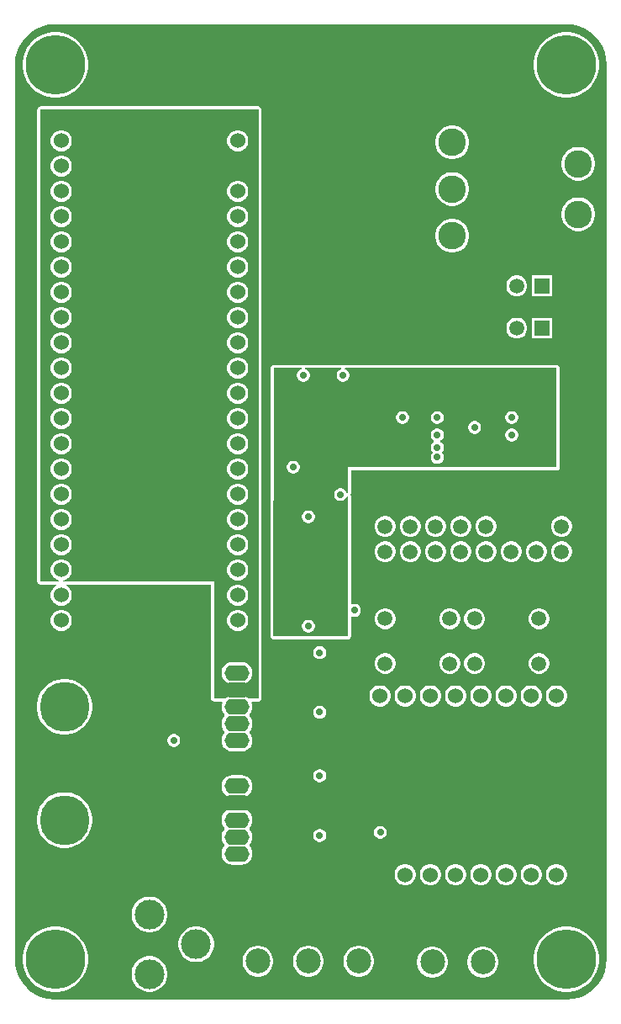
<source format=gbr>
%TF.GenerationSoftware,Altium Limited,Altium Designer,25.2.1 (25)*%
G04 Layer_Physical_Order=3*
G04 Layer_Color=16440176*
%FSLAX43Y43*%
%MOMM*%
%TF.SameCoordinates,F457C3C9-6880-4064-B818-50B76E06CF19*%
%TF.FilePolarity,Positive*%
%TF.FileFunction,Copper,L3,Inr,Signal*%
%TF.Part,Single*%
G01*
G75*
%TA.AperFunction,ComponentPad*%
%ADD14C,2.500*%
%ADD15C,5.000*%
%ADD16O,2.500X1.600*%
%ADD17C,1.500*%
%ADD18C,3.000*%
%ADD19C,1.524*%
%ADD20C,6.000*%
%ADD21R,1.500X1.500*%
%ADD22C,2.775*%
%TA.AperFunction,ViaPad*%
%ADD23C,0.700*%
G36*
X56637Y98523D02*
X57259Y98374D01*
X57849Y98129D01*
X58394Y97795D01*
X58880Y97380D01*
X59295Y96894D01*
X59629Y96349D01*
X59874Y95759D01*
X60023Y95137D01*
X60071Y94530D01*
X60065Y94500D01*
Y4500D01*
X60071Y4470D01*
X60023Y3863D01*
X59874Y3241D01*
X59629Y2651D01*
X59295Y2106D01*
X58880Y1620D01*
X58394Y1205D01*
X57849Y871D01*
X57259Y626D01*
X56637Y477D01*
X56030Y429D01*
X56000Y435D01*
X4500D01*
X4470Y429D01*
X3863Y477D01*
X3241Y626D01*
X2651Y871D01*
X2106Y1205D01*
X1620Y1620D01*
X1205Y2106D01*
X871Y2651D01*
X626Y3241D01*
X477Y3863D01*
X429Y4470D01*
X435Y4500D01*
Y94500D01*
X429Y94530D01*
X477Y95137D01*
X626Y95759D01*
X871Y96349D01*
X1205Y96894D01*
X1620Y97380D01*
X2106Y97795D01*
X2651Y98129D01*
X3241Y98374D01*
X3863Y98523D01*
X4470Y98571D01*
X4500Y98565D01*
X56000D01*
X56030Y98571D01*
X56637Y98523D01*
D02*
G37*
%LPC*%
G36*
X56260Y97800D02*
X55740D01*
X55227Y97719D01*
X54733Y97558D01*
X54270Y97322D01*
X53850Y97017D01*
X53483Y96650D01*
X53178Y96230D01*
X52942Y95767D01*
X52781Y95273D01*
X52700Y94760D01*
Y94240D01*
X52781Y93727D01*
X52942Y93233D01*
X53178Y92770D01*
X53483Y92350D01*
X53850Y91983D01*
X54270Y91678D01*
X54733Y91442D01*
X55227Y91281D01*
X55740Y91200D01*
X56260D01*
X56773Y91281D01*
X57267Y91442D01*
X57730Y91678D01*
X58150Y91983D01*
X58517Y92350D01*
X58822Y92770D01*
X59058Y93233D01*
X59219Y93727D01*
X59300Y94240D01*
Y94760D01*
X59219Y95273D01*
X59058Y95767D01*
X58822Y96230D01*
X58517Y96650D01*
X58150Y97017D01*
X57730Y97322D01*
X57267Y97558D01*
X56773Y97719D01*
X56260Y97800D01*
D02*
G37*
G36*
X4760D02*
X4240D01*
X3727Y97719D01*
X3233Y97558D01*
X2770Y97322D01*
X2350Y97017D01*
X1983Y96650D01*
X1678Y96230D01*
X1442Y95767D01*
X1281Y95273D01*
X1200Y94760D01*
Y94240D01*
X1281Y93727D01*
X1442Y93233D01*
X1678Y92770D01*
X1983Y92350D01*
X2350Y91983D01*
X2770Y91678D01*
X3233Y91442D01*
X3727Y91281D01*
X4240Y91200D01*
X4760D01*
X5273Y91281D01*
X5767Y91442D01*
X6230Y91678D01*
X6650Y91983D01*
X7017Y92350D01*
X7322Y92770D01*
X7558Y93233D01*
X7719Y93727D01*
X7800Y94240D01*
Y94760D01*
X7719Y95273D01*
X7558Y95767D01*
X7322Y96230D01*
X7017Y96650D01*
X6650Y97017D01*
X6230Y97322D01*
X5767Y97558D01*
X5273Y97719D01*
X4760Y97800D01*
D02*
G37*
G36*
X44666Y88387D02*
X44334D01*
X44008Y88323D01*
X43701Y88195D01*
X43424Y88011D01*
X43189Y87776D01*
X43005Y87499D01*
X42877Y87192D01*
X42812Y86866D01*
Y86534D01*
X42877Y86208D01*
X43005Y85901D01*
X43189Y85624D01*
X43424Y85389D01*
X43701Y85205D01*
X44008Y85077D01*
X44334Y85012D01*
X44666D01*
X44992Y85077D01*
X45299Y85205D01*
X45576Y85389D01*
X45811Y85624D01*
X45995Y85901D01*
X46123Y86208D01*
X46188Y86534D01*
Y86866D01*
X46123Y87192D01*
X45995Y87499D01*
X45811Y87776D01*
X45576Y88011D01*
X45299Y88195D01*
X44992Y88323D01*
X44666Y88387D01*
D02*
G37*
G36*
X57366Y86228D02*
X57034D01*
X56708Y86163D01*
X56401Y86035D01*
X56124Y85851D01*
X55889Y85616D01*
X55705Y85339D01*
X55577Y85032D01*
X55513Y84706D01*
Y84374D01*
X55577Y84048D01*
X55705Y83741D01*
X55889Y83464D01*
X56124Y83229D01*
X56401Y83045D01*
X56708Y82917D01*
X57034Y82853D01*
X57366D01*
X57692Y82917D01*
X57999Y83045D01*
X58276Y83229D01*
X58511Y83464D01*
X58695Y83741D01*
X58823Y84048D01*
X58888Y84374D01*
Y84706D01*
X58823Y85032D01*
X58695Y85339D01*
X58511Y85616D01*
X58276Y85851D01*
X57999Y86035D01*
X57692Y86163D01*
X57366Y86228D01*
D02*
G37*
G36*
X44666Y83688D02*
X44334D01*
X44008Y83623D01*
X43701Y83495D01*
X43424Y83311D01*
X43189Y83076D01*
X43005Y82799D01*
X42877Y82492D01*
X42812Y82166D01*
Y81834D01*
X42877Y81508D01*
X43005Y81201D01*
X43189Y80924D01*
X43424Y80689D01*
X43701Y80505D01*
X44008Y80377D01*
X44334Y80312D01*
X44666D01*
X44992Y80377D01*
X45299Y80505D01*
X45576Y80689D01*
X45811Y80924D01*
X45995Y81201D01*
X46123Y81508D01*
X46188Y81834D01*
Y82166D01*
X46123Y82492D01*
X45995Y82799D01*
X45811Y83076D01*
X45576Y83311D01*
X45299Y83495D01*
X44992Y83623D01*
X44666Y83688D01*
D02*
G37*
G36*
X57366Y81147D02*
X57034D01*
X56708Y81083D01*
X56401Y80955D01*
X56124Y80771D01*
X55889Y80536D01*
X55705Y80259D01*
X55577Y79952D01*
X55513Y79626D01*
Y79294D01*
X55577Y78968D01*
X55705Y78661D01*
X55889Y78384D01*
X56124Y78149D01*
X56401Y77965D01*
X56708Y77837D01*
X57034Y77772D01*
X57366D01*
X57692Y77837D01*
X57999Y77965D01*
X58276Y78149D01*
X58511Y78384D01*
X58695Y78661D01*
X58823Y78968D01*
X58888Y79294D01*
Y79626D01*
X58823Y79952D01*
X58695Y80259D01*
X58511Y80536D01*
X58276Y80771D01*
X57999Y80955D01*
X57692Y81083D01*
X57366Y81147D01*
D02*
G37*
G36*
X44666Y78988D02*
X44334D01*
X44008Y78923D01*
X43701Y78795D01*
X43424Y78611D01*
X43189Y78376D01*
X43005Y78099D01*
X42877Y77792D01*
X42812Y77466D01*
Y77134D01*
X42877Y76808D01*
X43005Y76501D01*
X43189Y76224D01*
X43424Y75989D01*
X43701Y75805D01*
X44008Y75677D01*
X44334Y75613D01*
X44666D01*
X44992Y75677D01*
X45299Y75805D01*
X45576Y75989D01*
X45811Y76224D01*
X45995Y76501D01*
X46123Y76808D01*
X46188Y77134D01*
Y77466D01*
X46123Y77792D01*
X45995Y78099D01*
X45811Y78376D01*
X45576Y78611D01*
X45299Y78795D01*
X44992Y78923D01*
X44666Y78988D01*
D02*
G37*
G36*
X54590Y73300D02*
X52490D01*
Y71200D01*
X54590D01*
Y73300D01*
D02*
G37*
G36*
X51138D02*
X50862D01*
X50595Y73228D01*
X50355Y73090D01*
X50160Y72895D01*
X50022Y72655D01*
X49950Y72388D01*
Y72112D01*
X50022Y71845D01*
X50160Y71605D01*
X50355Y71410D01*
X50595Y71272D01*
X50862Y71200D01*
X51138D01*
X51405Y71272D01*
X51645Y71410D01*
X51840Y71605D01*
X51978Y71845D01*
X52050Y72112D01*
Y72388D01*
X51978Y72655D01*
X51840Y72895D01*
X51645Y73090D01*
X51405Y73228D01*
X51138Y73300D01*
D02*
G37*
G36*
X54590Y69050D02*
X52490D01*
Y66950D01*
X54590D01*
Y69050D01*
D02*
G37*
G36*
X51138D02*
X50862D01*
X50595Y68978D01*
X50355Y68840D01*
X50160Y68645D01*
X50022Y68405D01*
X49950Y68138D01*
Y67862D01*
X50022Y67595D01*
X50160Y67355D01*
X50355Y67160D01*
X50595Y67022D01*
X50862Y66950D01*
X51138D01*
X51405Y67022D01*
X51645Y67160D01*
X51840Y67355D01*
X51978Y67595D01*
X52050Y67862D01*
Y68138D01*
X51978Y68405D01*
X51840Y68645D01*
X51645Y68840D01*
X51405Y68978D01*
X51138Y69050D01*
D02*
G37*
G36*
X55000Y64306D02*
X33703D01*
X33664Y64298D01*
X33624Y64295D01*
X33606Y64287D01*
X33586Y64283D01*
X33553Y64260D01*
X33517Y64243D01*
X33483Y64243D01*
X33447Y64260D01*
X33414Y64283D01*
X33394Y64287D01*
X33376Y64295D01*
X33336Y64298D01*
X33297Y64306D01*
X29703D01*
X29664Y64298D01*
X29624Y64295D01*
X29606Y64287D01*
X29586Y64283D01*
X29553Y64260D01*
X29517Y64243D01*
X29483Y64243D01*
X29447Y64260D01*
X29414Y64283D01*
X29394Y64287D01*
X29376Y64295D01*
X29336Y64298D01*
X29297Y64306D01*
X26500D01*
X26443Y64294D01*
X26383Y64283D01*
X26383Y64283D01*
X26383Y64283D01*
X26335Y64250D01*
X26284Y64217D01*
X26284Y64216D01*
X26284Y64216D01*
X26251Y64167D01*
X26218Y64117D01*
X26218Y64117D01*
X26217Y64117D01*
X26206Y64059D01*
X26194Y64000D01*
X26164Y37060D01*
X26164Y37060D01*
X26164Y37060D01*
X26176Y36999D01*
X26187Y36943D01*
X26187Y36943D01*
X26187Y36943D01*
X26220Y36895D01*
X26254Y36844D01*
X26254Y36844D01*
X26254Y36844D01*
X26343Y36754D01*
X26344Y36754D01*
X26344Y36754D01*
X26394Y36720D01*
X26443Y36687D01*
X26443Y36687D01*
X26443Y36687D01*
X26499Y36676D01*
X26560Y36664D01*
X26560Y36664D01*
X26560Y36664D01*
X33970D01*
X33970Y36664D01*
X34087Y36687D01*
X34186Y36754D01*
X34186Y36754D01*
X34216Y36784D01*
X34283Y36883D01*
X34306Y37000D01*
X34306Y37000D01*
Y38918D01*
X34433Y38985D01*
X34564Y38950D01*
X34736D01*
X34901Y38994D01*
X35049Y39080D01*
X35170Y39201D01*
X35256Y39349D01*
X35300Y39514D01*
Y39686D01*
X35256Y39851D01*
X35170Y39999D01*
X35049Y40120D01*
X34901Y40206D01*
X34736Y40250D01*
X34564D01*
X34433Y40215D01*
X34306Y40282D01*
Y51047D01*
X34298Y51086D01*
X34295Y51126D01*
X34287Y51144D01*
X34283Y51164D01*
X34260Y51197D01*
X34243Y51233D01*
X34243Y51267D01*
X34260Y51303D01*
X34283Y51336D01*
X34287Y51356D01*
X34295Y51374D01*
X34298Y51414D01*
X34306Y51453D01*
Y53694D01*
X55000D01*
X55117Y53717D01*
X55216Y53784D01*
X55283Y53883D01*
X55306Y54000D01*
Y64000D01*
X55283Y64117D01*
X55216Y64216D01*
X55117Y64283D01*
X55000Y64306D01*
D02*
G37*
G36*
X45508Y49090D02*
X45232D01*
X44965Y49019D01*
X44725Y48880D01*
X44530Y48685D01*
X44392Y48445D01*
X44320Y48178D01*
Y47902D01*
X44392Y47635D01*
X44530Y47395D01*
X44725Y47200D01*
X44965Y47062D01*
X45232Y46990D01*
X45508D01*
X45775Y47062D01*
X46015Y47200D01*
X46210Y47395D01*
X46348Y47635D01*
X46420Y47902D01*
Y48178D01*
X46348Y48445D01*
X46210Y48685D01*
X46015Y48880D01*
X45775Y49019D01*
X45508Y49090D01*
D02*
G37*
G36*
X48048Y49090D02*
X47772D01*
X47505Y49018D01*
X47265Y48880D01*
X47070Y48685D01*
X46932Y48445D01*
X46860Y48178D01*
Y47902D01*
X46932Y47635D01*
X47070Y47395D01*
X47265Y47200D01*
X47505Y47062D01*
X47772Y46990D01*
X48048D01*
X48315Y47062D01*
X48555Y47200D01*
X48750Y47395D01*
X48888Y47635D01*
X48960Y47902D01*
Y48178D01*
X48888Y48445D01*
X48750Y48685D01*
X48555Y48880D01*
X48315Y49018D01*
X48048Y49090D01*
D02*
G37*
G36*
X42968D02*
X42692D01*
X42425Y49018D01*
X42185Y48880D01*
X41990Y48685D01*
X41852Y48445D01*
X41780Y48178D01*
Y47902D01*
X41852Y47635D01*
X41990Y47395D01*
X42185Y47200D01*
X42425Y47062D01*
X42692Y46990D01*
X42968D01*
X43235Y47062D01*
X43475Y47200D01*
X43670Y47395D01*
X43808Y47635D01*
X43880Y47902D01*
Y48178D01*
X43808Y48445D01*
X43670Y48685D01*
X43475Y48880D01*
X43235Y49018D01*
X42968Y49090D01*
D02*
G37*
G36*
X40428D02*
X40152D01*
X39885Y49018D01*
X39645Y48880D01*
X39450Y48685D01*
X39312Y48445D01*
X39240Y48178D01*
Y47902D01*
X39312Y47635D01*
X39450Y47395D01*
X39645Y47200D01*
X39885Y47062D01*
X40152Y46990D01*
X40428D01*
X40695Y47062D01*
X40935Y47200D01*
X41130Y47395D01*
X41268Y47635D01*
X41340Y47902D01*
Y48178D01*
X41268Y48445D01*
X41130Y48685D01*
X40935Y48880D01*
X40695Y49018D01*
X40428Y49090D01*
D02*
G37*
G36*
X37888D02*
X37612D01*
X37345Y49018D01*
X37105Y48880D01*
X36910Y48685D01*
X36772Y48445D01*
X36700Y48178D01*
Y47902D01*
X36772Y47635D01*
X36910Y47395D01*
X37105Y47200D01*
X37345Y47062D01*
X37612Y46990D01*
X37888D01*
X38155Y47062D01*
X38395Y47200D01*
X38590Y47395D01*
X38728Y47635D01*
X38800Y47902D01*
Y48178D01*
X38728Y48445D01*
X38590Y48685D01*
X38395Y48880D01*
X38155Y49018D01*
X37888Y49090D01*
D02*
G37*
G36*
X55668Y49090D02*
X55392D01*
X55125Y49018D01*
X54885Y48880D01*
X54690Y48685D01*
X54552Y48445D01*
X54480Y48178D01*
Y47902D01*
X54552Y47635D01*
X54690Y47395D01*
X54885Y47200D01*
X55125Y47061D01*
X55392Y46990D01*
X55668D01*
X55935Y47061D01*
X56175Y47200D01*
X56370Y47395D01*
X56508Y47635D01*
X56580Y47902D01*
Y48178D01*
X56508Y48445D01*
X56370Y48685D01*
X56175Y48880D01*
X55935Y49018D01*
X55668Y49090D01*
D02*
G37*
G36*
X50588Y46550D02*
X50312D01*
X50045Y46478D01*
X49805Y46340D01*
X49610Y46145D01*
X49472Y45905D01*
X49400Y45638D01*
Y45362D01*
X49472Y45095D01*
X49610Y44855D01*
X49805Y44660D01*
X50045Y44522D01*
X50312Y44450D01*
X50588D01*
X50855Y44522D01*
X51095Y44660D01*
X51290Y44855D01*
X51428Y45095D01*
X51500Y45362D01*
Y45638D01*
X51428Y45905D01*
X51290Y46145D01*
X51095Y46340D01*
X50855Y46478D01*
X50588Y46550D01*
D02*
G37*
G36*
X48048D02*
X47772D01*
X47505Y46478D01*
X47265Y46340D01*
X47070Y46145D01*
X46932Y45905D01*
X46860Y45638D01*
Y45362D01*
X46932Y45095D01*
X47070Y44855D01*
X47265Y44660D01*
X47505Y44522D01*
X47772Y44450D01*
X48048D01*
X48315Y44522D01*
X48555Y44660D01*
X48750Y44855D01*
X48888Y45095D01*
X48960Y45362D01*
Y45638D01*
X48888Y45905D01*
X48750Y46145D01*
X48555Y46340D01*
X48315Y46478D01*
X48048Y46550D01*
D02*
G37*
G36*
X45508D02*
X45232D01*
X44965Y46478D01*
X44725Y46340D01*
X44530Y46145D01*
X44392Y45905D01*
X44320Y45638D01*
Y45362D01*
X44392Y45095D01*
X44530Y44855D01*
X44725Y44660D01*
X44965Y44522D01*
X45232Y44450D01*
X45508D01*
X45775Y44522D01*
X46015Y44660D01*
X46210Y44855D01*
X46348Y45095D01*
X46420Y45362D01*
Y45638D01*
X46348Y45905D01*
X46210Y46145D01*
X46015Y46340D01*
X45775Y46478D01*
X45508Y46550D01*
D02*
G37*
G36*
X42968D02*
X42692D01*
X42425Y46478D01*
X42185Y46340D01*
X41990Y46145D01*
X41852Y45905D01*
X41780Y45638D01*
Y45362D01*
X41852Y45095D01*
X41990Y44855D01*
X42185Y44660D01*
X42425Y44522D01*
X42692Y44450D01*
X42968D01*
X43235Y44522D01*
X43475Y44660D01*
X43670Y44855D01*
X43808Y45095D01*
X43880Y45362D01*
Y45638D01*
X43808Y45905D01*
X43670Y46145D01*
X43475Y46340D01*
X43235Y46478D01*
X42968Y46550D01*
D02*
G37*
G36*
X40428D02*
X40152D01*
X39885Y46478D01*
X39645Y46340D01*
X39450Y46145D01*
X39312Y45905D01*
X39240Y45638D01*
Y45362D01*
X39312Y45095D01*
X39450Y44855D01*
X39645Y44660D01*
X39885Y44522D01*
X40152Y44450D01*
X40428D01*
X40695Y44522D01*
X40935Y44660D01*
X41130Y44855D01*
X41268Y45095D01*
X41340Y45362D01*
Y45638D01*
X41268Y45905D01*
X41130Y46145D01*
X40935Y46340D01*
X40695Y46478D01*
X40428Y46550D01*
D02*
G37*
G36*
X37888D02*
X37612D01*
X37345Y46478D01*
X37105Y46340D01*
X36910Y46145D01*
X36772Y45905D01*
X36700Y45638D01*
Y45362D01*
X36772Y45095D01*
X36910Y44855D01*
X37105Y44660D01*
X37345Y44522D01*
X37612Y44450D01*
X37888D01*
X38155Y44522D01*
X38395Y44660D01*
X38590Y44855D01*
X38728Y45095D01*
X38800Y45362D01*
Y45638D01*
X38728Y45905D01*
X38590Y46145D01*
X38395Y46340D01*
X38155Y46478D01*
X37888Y46550D01*
D02*
G37*
G36*
X55668Y46550D02*
X55392D01*
X55125Y46478D01*
X54885Y46340D01*
X54690Y46145D01*
X54552Y45905D01*
X54480Y45638D01*
Y45362D01*
X54552Y45095D01*
X54690Y44855D01*
X54885Y44660D01*
X55125Y44521D01*
X55392Y44450D01*
X55668D01*
X55935Y44521D01*
X56175Y44660D01*
X56370Y44855D01*
X56508Y45095D01*
X56580Y45362D01*
Y45638D01*
X56508Y45905D01*
X56370Y46145D01*
X56175Y46340D01*
X55935Y46478D01*
X55668Y46550D01*
D02*
G37*
G36*
X53128D02*
X52852D01*
X52585Y46478D01*
X52345Y46340D01*
X52150Y46145D01*
X52012Y45905D01*
X51940Y45638D01*
Y45362D01*
X52012Y45095D01*
X52150Y44855D01*
X52345Y44660D01*
X52585Y44521D01*
X52852Y44450D01*
X53128D01*
X53395Y44521D01*
X53635Y44660D01*
X53830Y44855D01*
X53968Y45095D01*
X54040Y45362D01*
Y45638D01*
X53968Y45905D01*
X53830Y46145D01*
X53635Y46340D01*
X53395Y46478D01*
X53128Y46550D01*
D02*
G37*
G36*
X53388Y39800D02*
X53112D01*
X52845Y39728D01*
X52605Y39590D01*
X52410Y39395D01*
X52272Y39155D01*
X52200Y38888D01*
Y38612D01*
X52272Y38345D01*
X52410Y38105D01*
X52605Y37910D01*
X52845Y37772D01*
X53112Y37700D01*
X53388D01*
X53655Y37772D01*
X53895Y37910D01*
X54090Y38105D01*
X54228Y38345D01*
X54300Y38612D01*
Y38888D01*
X54228Y39155D01*
X54090Y39395D01*
X53895Y39590D01*
X53655Y39728D01*
X53388Y39800D01*
D02*
G37*
G36*
X46888D02*
X46612D01*
X46345Y39728D01*
X46105Y39590D01*
X45910Y39395D01*
X45772Y39155D01*
X45700Y38888D01*
Y38612D01*
X45772Y38345D01*
X45910Y38105D01*
X46105Y37910D01*
X46345Y37772D01*
X46612Y37700D01*
X46888D01*
X47155Y37772D01*
X47395Y37910D01*
X47590Y38105D01*
X47728Y38345D01*
X47800Y38612D01*
Y38888D01*
X47728Y39155D01*
X47590Y39395D01*
X47395Y39590D01*
X47155Y39728D01*
X46888Y39800D01*
D02*
G37*
G36*
X44388D02*
X44112D01*
X43845Y39728D01*
X43605Y39590D01*
X43410Y39395D01*
X43272Y39155D01*
X43200Y38888D01*
Y38612D01*
X43272Y38345D01*
X43410Y38105D01*
X43605Y37910D01*
X43845Y37772D01*
X44112Y37700D01*
X44388D01*
X44655Y37772D01*
X44895Y37910D01*
X45090Y38105D01*
X45228Y38345D01*
X45300Y38612D01*
Y38888D01*
X45228Y39155D01*
X45090Y39395D01*
X44895Y39590D01*
X44655Y39728D01*
X44388Y39800D01*
D02*
G37*
G36*
X37888D02*
X37612D01*
X37345Y39728D01*
X37105Y39590D01*
X36910Y39395D01*
X36772Y39155D01*
X36700Y38888D01*
Y38612D01*
X36772Y38345D01*
X36910Y38105D01*
X37105Y37910D01*
X37345Y37772D01*
X37612Y37700D01*
X37888D01*
X38155Y37772D01*
X38395Y37910D01*
X38590Y38105D01*
X38728Y38345D01*
X38800Y38612D01*
Y38888D01*
X38728Y39155D01*
X38590Y39395D01*
X38395Y39590D01*
X38155Y39728D01*
X37888Y39800D01*
D02*
G37*
G36*
X5250Y39652D02*
X4970D01*
X4700Y39580D01*
X4458Y39440D01*
X4260Y39242D01*
X4120Y39000D01*
X4048Y38730D01*
Y38450D01*
X4120Y38180D01*
X4260Y37938D01*
X4458Y37740D01*
X4700Y37600D01*
X4970Y37528D01*
X5250D01*
X5520Y37600D01*
X5762Y37740D01*
X5960Y37938D01*
X6100Y38180D01*
X6172Y38450D01*
Y38730D01*
X6100Y39000D01*
X5960Y39242D01*
X5762Y39440D01*
X5520Y39580D01*
X5250Y39652D01*
D02*
G37*
G36*
X31236Y36000D02*
X31064D01*
X30899Y35956D01*
X30751Y35870D01*
X30630Y35749D01*
X30544Y35601D01*
X30500Y35436D01*
Y35264D01*
X30544Y35099D01*
X30630Y34951D01*
X30751Y34830D01*
X30899Y34744D01*
X31064Y34700D01*
X31236D01*
X31401Y34744D01*
X31549Y34830D01*
X31670Y34951D01*
X31756Y35099D01*
X31800Y35264D01*
Y35436D01*
X31756Y35601D01*
X31670Y35749D01*
X31549Y35870D01*
X31401Y35956D01*
X31236Y36000D01*
D02*
G37*
G36*
X53388Y35300D02*
X53112D01*
X52845Y35228D01*
X52605Y35090D01*
X52410Y34895D01*
X52272Y34655D01*
X52200Y34388D01*
Y34112D01*
X52272Y33845D01*
X52410Y33605D01*
X52605Y33410D01*
X52845Y33272D01*
X53112Y33200D01*
X53388D01*
X53655Y33272D01*
X53895Y33410D01*
X54090Y33605D01*
X54228Y33845D01*
X54300Y34112D01*
Y34388D01*
X54228Y34655D01*
X54090Y34895D01*
X53895Y35090D01*
X53655Y35228D01*
X53388Y35300D01*
D02*
G37*
G36*
X46888D02*
X46612D01*
X46345Y35228D01*
X46105Y35090D01*
X45910Y34895D01*
X45772Y34655D01*
X45700Y34388D01*
Y34112D01*
X45772Y33845D01*
X45910Y33605D01*
X46105Y33410D01*
X46345Y33272D01*
X46612Y33200D01*
X46888D01*
X47155Y33272D01*
X47395Y33410D01*
X47590Y33605D01*
X47728Y33845D01*
X47800Y34112D01*
Y34388D01*
X47728Y34655D01*
X47590Y34895D01*
X47395Y35090D01*
X47155Y35228D01*
X46888Y35300D01*
D02*
G37*
G36*
X44388D02*
X44112D01*
X43845Y35228D01*
X43605Y35090D01*
X43410Y34895D01*
X43272Y34655D01*
X43200Y34388D01*
Y34112D01*
X43272Y33845D01*
X43410Y33605D01*
X43605Y33410D01*
X43845Y33272D01*
X44112Y33200D01*
X44388D01*
X44655Y33272D01*
X44895Y33410D01*
X45090Y33605D01*
X45228Y33845D01*
X45300Y34112D01*
Y34388D01*
X45228Y34655D01*
X45090Y34895D01*
X44895Y35090D01*
X44655Y35228D01*
X44388Y35300D01*
D02*
G37*
G36*
X37888D02*
X37612D01*
X37345Y35228D01*
X37105Y35090D01*
X36910Y34895D01*
X36772Y34655D01*
X36700Y34388D01*
Y34112D01*
X36772Y33845D01*
X36910Y33605D01*
X37105Y33410D01*
X37345Y33272D01*
X37612Y33200D01*
X37888D01*
X38155Y33272D01*
X38395Y33410D01*
X38590Y33605D01*
X38728Y33845D01*
X38800Y34112D01*
Y34388D01*
X38728Y34655D01*
X38590Y34895D01*
X38395Y35090D01*
X38155Y35228D01*
X37888Y35300D01*
D02*
G37*
G36*
X55140Y32042D02*
X54860D01*
X54590Y31970D01*
X54348Y31830D01*
X54150Y31632D01*
X54010Y31390D01*
X53938Y31120D01*
Y30840D01*
X54010Y30570D01*
X54150Y30328D01*
X54348Y30130D01*
X54590Y29990D01*
X54860Y29918D01*
X55140D01*
X55410Y29990D01*
X55652Y30130D01*
X55850Y30328D01*
X55990Y30570D01*
X56062Y30840D01*
Y31120D01*
X55990Y31390D01*
X55850Y31632D01*
X55652Y31830D01*
X55410Y31970D01*
X55140Y32042D01*
D02*
G37*
G36*
X52600D02*
X52320D01*
X52050Y31970D01*
X51808Y31830D01*
X51610Y31632D01*
X51470Y31390D01*
X51398Y31120D01*
Y30840D01*
X51470Y30570D01*
X51610Y30328D01*
X51808Y30130D01*
X52050Y29990D01*
X52320Y29918D01*
X52600D01*
X52870Y29990D01*
X53112Y30130D01*
X53310Y30328D01*
X53450Y30570D01*
X53522Y30840D01*
Y31120D01*
X53450Y31390D01*
X53310Y31632D01*
X53112Y31830D01*
X52870Y31970D01*
X52600Y32042D01*
D02*
G37*
G36*
X50060D02*
X49780D01*
X49510Y31970D01*
X49268Y31830D01*
X49070Y31632D01*
X48930Y31390D01*
X48858Y31120D01*
Y30840D01*
X48930Y30570D01*
X49070Y30328D01*
X49268Y30130D01*
X49510Y29990D01*
X49780Y29918D01*
X50060D01*
X50330Y29990D01*
X50572Y30130D01*
X50770Y30328D01*
X50910Y30570D01*
X50982Y30840D01*
Y31120D01*
X50910Y31390D01*
X50770Y31632D01*
X50572Y31830D01*
X50330Y31970D01*
X50060Y32042D01*
D02*
G37*
G36*
X47520D02*
X47240D01*
X46970Y31970D01*
X46728Y31830D01*
X46530Y31632D01*
X46390Y31390D01*
X46318Y31120D01*
Y30840D01*
X46390Y30570D01*
X46530Y30328D01*
X46728Y30130D01*
X46970Y29990D01*
X47240Y29918D01*
X47520D01*
X47790Y29990D01*
X48032Y30130D01*
X48230Y30328D01*
X48370Y30570D01*
X48442Y30840D01*
Y31120D01*
X48370Y31390D01*
X48230Y31632D01*
X48032Y31830D01*
X47790Y31970D01*
X47520Y32042D01*
D02*
G37*
G36*
X44980D02*
X44700D01*
X44430Y31970D01*
X44188Y31830D01*
X43990Y31632D01*
X43850Y31390D01*
X43778Y31120D01*
Y30840D01*
X43850Y30570D01*
X43990Y30328D01*
X44188Y30130D01*
X44430Y29990D01*
X44700Y29918D01*
X44980D01*
X45250Y29990D01*
X45492Y30130D01*
X45690Y30328D01*
X45830Y30570D01*
X45902Y30840D01*
Y31120D01*
X45830Y31390D01*
X45690Y31632D01*
X45492Y31830D01*
X45250Y31970D01*
X44980Y32042D01*
D02*
G37*
G36*
X42440D02*
X42160D01*
X41890Y31970D01*
X41648Y31830D01*
X41450Y31632D01*
X41310Y31390D01*
X41238Y31120D01*
Y30840D01*
X41310Y30570D01*
X41450Y30328D01*
X41648Y30130D01*
X41890Y29990D01*
X42160Y29918D01*
X42440D01*
X42710Y29990D01*
X42952Y30130D01*
X43150Y30328D01*
X43290Y30570D01*
X43362Y30840D01*
Y31120D01*
X43290Y31390D01*
X43150Y31632D01*
X42952Y31830D01*
X42710Y31970D01*
X42440Y32042D01*
D02*
G37*
G36*
X39900D02*
X39620D01*
X39350Y31970D01*
X39108Y31830D01*
X38910Y31632D01*
X38770Y31390D01*
X38698Y31120D01*
Y30840D01*
X38770Y30570D01*
X38910Y30328D01*
X39108Y30130D01*
X39350Y29990D01*
X39620Y29918D01*
X39900D01*
X40170Y29990D01*
X40412Y30130D01*
X40610Y30328D01*
X40750Y30570D01*
X40822Y30840D01*
Y31120D01*
X40750Y31390D01*
X40610Y31632D01*
X40412Y31830D01*
X40170Y31970D01*
X39900Y32042D01*
D02*
G37*
G36*
X37360D02*
X37080D01*
X36810Y31970D01*
X36568Y31830D01*
X36370Y31632D01*
X36230Y31390D01*
X36158Y31120D01*
Y30840D01*
X36230Y30570D01*
X36370Y30328D01*
X36568Y30130D01*
X36810Y29990D01*
X37080Y29918D01*
X37360D01*
X37630Y29990D01*
X37872Y30130D01*
X38070Y30328D01*
X38210Y30570D01*
X38282Y30840D01*
Y31120D01*
X38210Y31390D01*
X38070Y31632D01*
X37872Y31830D01*
X37630Y31970D01*
X37360Y32042D01*
D02*
G37*
G36*
X31236Y30000D02*
X31064D01*
X30899Y29956D01*
X30751Y29870D01*
X30630Y29749D01*
X30544Y29601D01*
X30500Y29436D01*
Y29264D01*
X30544Y29099D01*
X30630Y28951D01*
X30751Y28830D01*
X30899Y28744D01*
X31064Y28700D01*
X31236D01*
X31401Y28744D01*
X31549Y28830D01*
X31670Y28951D01*
X31756Y29099D01*
X31800Y29264D01*
Y29436D01*
X31756Y29601D01*
X31670Y29749D01*
X31549Y29870D01*
X31401Y29956D01*
X31236Y30000D01*
D02*
G37*
G36*
X5658Y32700D02*
X5217D01*
X4782Y32631D01*
X4363Y32495D01*
X3970Y32295D01*
X3613Y32036D01*
X3302Y31724D01*
X3043Y31368D01*
X2843Y30975D01*
X2706Y30556D01*
X2638Y30120D01*
Y29680D01*
X2706Y29244D01*
X2843Y28825D01*
X3043Y28432D01*
X3302Y28076D01*
X3613Y27764D01*
X3970Y27505D01*
X4363Y27305D01*
X4782Y27169D01*
X5217Y27100D01*
X5658D01*
X6093Y27169D01*
X6512Y27305D01*
X6905Y27505D01*
X7262Y27764D01*
X7573Y28076D01*
X7832Y28432D01*
X8032Y28825D01*
X8169Y29244D01*
X8238Y29680D01*
Y30120D01*
X8169Y30556D01*
X8032Y30975D01*
X7832Y31368D01*
X7573Y31724D01*
X7262Y32036D01*
X6905Y32295D01*
X6512Y32495D01*
X6093Y32631D01*
X5658Y32700D01*
D02*
G37*
G36*
X16523Y27150D02*
X16352D01*
X16187Y27106D01*
X16038Y27020D01*
X15917Y26899D01*
X15832Y26751D01*
X15788Y26586D01*
Y26414D01*
X15832Y26249D01*
X15917Y26101D01*
X16038Y25980D01*
X16187Y25894D01*
X16352Y25850D01*
X16523D01*
X16688Y25894D01*
X16837Y25980D01*
X16958Y26101D01*
X17043Y26249D01*
X17087Y26414D01*
Y26586D01*
X17043Y26751D01*
X16958Y26899D01*
X16837Y27020D01*
X16688Y27106D01*
X16523Y27150D01*
D02*
G37*
G36*
X25000Y90306D02*
X3000D01*
X2883Y90283D01*
X2784Y90216D01*
X2717Y90117D01*
X2694Y90000D01*
Y42500D01*
X2717Y42383D01*
X2784Y42284D01*
X2883Y42217D01*
X3000Y42194D01*
X4575D01*
X4609Y42067D01*
X4458Y41980D01*
X4260Y41782D01*
X4120Y41540D01*
X4048Y41270D01*
Y40990D01*
X4120Y40720D01*
X4260Y40478D01*
X4458Y40280D01*
X4700Y40140D01*
X4970Y40068D01*
X5250D01*
X5520Y40140D01*
X5762Y40280D01*
X5960Y40478D01*
X6100Y40720D01*
X6172Y40990D01*
Y41270D01*
X6100Y41540D01*
X5960Y41782D01*
X5762Y41980D01*
X5611Y42067D01*
X5645Y42194D01*
X20194D01*
Y30750D01*
X20217Y30633D01*
X20284Y30534D01*
X20383Y30467D01*
X20500Y30444D01*
X21283D01*
X21354Y30339D01*
X21291Y30187D01*
X21253Y29900D01*
X21291Y29613D01*
X21402Y29345D01*
X21578Y29115D01*
X21581Y29114D01*
Y28986D01*
X21578Y28985D01*
X21402Y28755D01*
X21291Y28487D01*
X21253Y28200D01*
X21291Y27913D01*
X21402Y27645D01*
X21578Y27415D01*
X21581Y27413D01*
X21581Y27287D01*
X21578Y27285D01*
X21402Y27055D01*
X21291Y26787D01*
X21253Y26500D01*
X21291Y26213D01*
X21402Y25945D01*
X21578Y25715D01*
X21808Y25539D01*
X22075Y25428D01*
X22362Y25391D01*
X23263D01*
X23550Y25428D01*
X23817Y25539D01*
X24047Y25715D01*
X24223Y25945D01*
X24334Y26213D01*
X24372Y26500D01*
X24334Y26787D01*
X24223Y27055D01*
X24047Y27285D01*
X24044Y27287D01*
X24044Y27413D01*
X24047Y27415D01*
X24223Y27645D01*
X24334Y27913D01*
X24372Y28200D01*
X24334Y28487D01*
X24223Y28755D01*
X24047Y28985D01*
X24044Y28986D01*
Y29114D01*
X24047Y29115D01*
X24223Y29345D01*
X24334Y29613D01*
X24372Y29900D01*
X24334Y30187D01*
X24271Y30339D01*
X24342Y30444D01*
X25000D01*
X25117Y30467D01*
X25216Y30534D01*
X25283Y30633D01*
X25306Y30750D01*
X25306Y90000D01*
X25283Y90117D01*
X25216Y90216D01*
X25117Y90283D01*
X25000Y90306D01*
D02*
G37*
G36*
X31236Y23600D02*
X31064D01*
X30899Y23556D01*
X30751Y23470D01*
X30630Y23349D01*
X30544Y23201D01*
X30500Y23036D01*
Y22864D01*
X30544Y22699D01*
X30630Y22551D01*
X30751Y22430D01*
X30899Y22344D01*
X31064Y22300D01*
X31236D01*
X31401Y22344D01*
X31549Y22430D01*
X31670Y22551D01*
X31756Y22699D01*
X31800Y22864D01*
Y23036D01*
X31756Y23201D01*
X31670Y23349D01*
X31549Y23470D01*
X31401Y23556D01*
X31236Y23600D01*
D02*
G37*
G36*
X23263Y23009D02*
X22362D01*
X22075Y22972D01*
X21808Y22861D01*
X21578Y22685D01*
X21402Y22455D01*
X21291Y22187D01*
X21253Y21900D01*
X21291Y21613D01*
X21402Y21345D01*
X21578Y21115D01*
X21808Y20939D01*
X22075Y20828D01*
X22362Y20791D01*
X23263D01*
X23550Y20828D01*
X23817Y20939D01*
X24047Y21115D01*
X24223Y21345D01*
X24334Y21613D01*
X24372Y21900D01*
X24334Y22187D01*
X24223Y22455D01*
X24047Y22685D01*
X23817Y22861D01*
X23550Y22972D01*
X23263Y23009D01*
D02*
G37*
G36*
X37336Y17900D02*
X37164D01*
X36999Y17856D01*
X36851Y17770D01*
X36730Y17649D01*
X36644Y17501D01*
X36600Y17336D01*
Y17164D01*
X36644Y16999D01*
X36730Y16851D01*
X36851Y16730D01*
X36999Y16644D01*
X37164Y16600D01*
X37336D01*
X37501Y16644D01*
X37649Y16730D01*
X37770Y16851D01*
X37856Y16999D01*
X37900Y17164D01*
Y17336D01*
X37856Y17501D01*
X37770Y17649D01*
X37649Y17770D01*
X37501Y17856D01*
X37336Y17900D01*
D02*
G37*
G36*
X31236Y17600D02*
X31064D01*
X30899Y17556D01*
X30751Y17470D01*
X30630Y17349D01*
X30544Y17201D01*
X30500Y17036D01*
Y16864D01*
X30544Y16699D01*
X30630Y16551D01*
X30751Y16430D01*
X30899Y16344D01*
X31064Y16300D01*
X31236D01*
X31401Y16344D01*
X31549Y16430D01*
X31670Y16551D01*
X31756Y16699D01*
X31800Y16864D01*
Y17036D01*
X31756Y17201D01*
X31670Y17349D01*
X31549Y17470D01*
X31401Y17556D01*
X31236Y17600D01*
D02*
G37*
G36*
X5658Y21300D02*
X5217D01*
X4782Y21231D01*
X4363Y21095D01*
X3970Y20895D01*
X3613Y20636D01*
X3302Y20324D01*
X3043Y19968D01*
X2843Y19575D01*
X2706Y19156D01*
X2638Y18720D01*
Y18280D01*
X2706Y17844D01*
X2843Y17425D01*
X3043Y17032D01*
X3302Y16676D01*
X3613Y16364D01*
X3970Y16105D01*
X4363Y15905D01*
X4782Y15769D01*
X5217Y15700D01*
X5658D01*
X6093Y15769D01*
X6512Y15905D01*
X6905Y16105D01*
X7262Y16364D01*
X7573Y16676D01*
X7832Y17032D01*
X8032Y17425D01*
X8169Y17844D01*
X8238Y18280D01*
Y18720D01*
X8169Y19156D01*
X8032Y19575D01*
X7832Y19968D01*
X7573Y20324D01*
X7262Y20636D01*
X6905Y20895D01*
X6512Y21095D01*
X6093Y21231D01*
X5658Y21300D01*
D02*
G37*
G36*
X23263Y19609D02*
X22362D01*
X22075Y19572D01*
X21808Y19461D01*
X21578Y19285D01*
X21402Y19055D01*
X21291Y18787D01*
X21253Y18500D01*
X21291Y18213D01*
X21402Y17945D01*
X21564Y17734D01*
X21581Y17666D01*
Y17634D01*
X21564Y17566D01*
X21402Y17355D01*
X21291Y17087D01*
X21253Y16800D01*
X21291Y16513D01*
X21402Y16245D01*
X21578Y16015D01*
X21581Y16014D01*
X21581Y15887D01*
X21578Y15885D01*
X21402Y15655D01*
X21291Y15387D01*
X21253Y15100D01*
X21291Y14813D01*
X21402Y14545D01*
X21578Y14315D01*
X21808Y14139D01*
X22075Y14028D01*
X22362Y13991D01*
X23263D01*
X23550Y14028D01*
X23817Y14139D01*
X24047Y14315D01*
X24223Y14545D01*
X24334Y14813D01*
X24372Y15100D01*
X24334Y15387D01*
X24223Y15655D01*
X24047Y15885D01*
X24044Y15887D01*
X24044Y16014D01*
X24047Y16015D01*
X24223Y16245D01*
X24334Y16513D01*
X24372Y16800D01*
X24334Y17087D01*
X24223Y17355D01*
X24061Y17566D01*
X24044Y17634D01*
Y17666D01*
X24061Y17734D01*
X24223Y17945D01*
X24334Y18213D01*
X24372Y18500D01*
X24334Y18787D01*
X24223Y19055D01*
X24047Y19285D01*
X23817Y19461D01*
X23550Y19572D01*
X23263Y19609D01*
D02*
G37*
G36*
X55140Y14062D02*
X54860D01*
X54590Y13990D01*
X54348Y13850D01*
X54150Y13652D01*
X54010Y13410D01*
X53938Y13140D01*
Y12860D01*
X54010Y12590D01*
X54150Y12348D01*
X54348Y12150D01*
X54590Y12010D01*
X54860Y11938D01*
X55140D01*
X55410Y12010D01*
X55652Y12150D01*
X55850Y12348D01*
X55990Y12590D01*
X56062Y12860D01*
Y13140D01*
X55990Y13410D01*
X55850Y13652D01*
X55652Y13850D01*
X55410Y13990D01*
X55140Y14062D01*
D02*
G37*
G36*
X52600D02*
X52320D01*
X52050Y13990D01*
X51808Y13850D01*
X51610Y13652D01*
X51470Y13410D01*
X51398Y13140D01*
Y12860D01*
X51470Y12590D01*
X51610Y12348D01*
X51808Y12150D01*
X52050Y12010D01*
X52320Y11938D01*
X52600D01*
X52870Y12010D01*
X53112Y12150D01*
X53310Y12348D01*
X53450Y12590D01*
X53522Y12860D01*
Y13140D01*
X53450Y13410D01*
X53310Y13652D01*
X53112Y13850D01*
X52870Y13990D01*
X52600Y14062D01*
D02*
G37*
G36*
X50060D02*
X49780D01*
X49510Y13990D01*
X49268Y13850D01*
X49070Y13652D01*
X48930Y13410D01*
X48858Y13140D01*
Y12860D01*
X48930Y12590D01*
X49070Y12348D01*
X49268Y12150D01*
X49510Y12010D01*
X49780Y11938D01*
X50060D01*
X50330Y12010D01*
X50572Y12150D01*
X50770Y12348D01*
X50910Y12590D01*
X50982Y12860D01*
Y13140D01*
X50910Y13410D01*
X50770Y13652D01*
X50572Y13850D01*
X50330Y13990D01*
X50060Y14062D01*
D02*
G37*
G36*
X47520D02*
X47240D01*
X46970Y13990D01*
X46728Y13850D01*
X46530Y13652D01*
X46390Y13410D01*
X46318Y13140D01*
Y12860D01*
X46390Y12590D01*
X46530Y12348D01*
X46728Y12150D01*
X46970Y12010D01*
X47240Y11938D01*
X47520D01*
X47790Y12010D01*
X48032Y12150D01*
X48230Y12348D01*
X48370Y12590D01*
X48442Y12860D01*
Y13140D01*
X48370Y13410D01*
X48230Y13652D01*
X48032Y13850D01*
X47790Y13990D01*
X47520Y14062D01*
D02*
G37*
G36*
X44980D02*
X44700D01*
X44430Y13990D01*
X44188Y13850D01*
X43990Y13652D01*
X43850Y13410D01*
X43778Y13140D01*
Y12860D01*
X43850Y12590D01*
X43990Y12348D01*
X44188Y12150D01*
X44430Y12010D01*
X44700Y11938D01*
X44980D01*
X45250Y12010D01*
X45492Y12150D01*
X45690Y12348D01*
X45830Y12590D01*
X45902Y12860D01*
Y13140D01*
X45830Y13410D01*
X45690Y13652D01*
X45492Y13850D01*
X45250Y13990D01*
X44980Y14062D01*
D02*
G37*
G36*
X42440D02*
X42160D01*
X41890Y13990D01*
X41648Y13850D01*
X41450Y13652D01*
X41310Y13410D01*
X41238Y13140D01*
Y12860D01*
X41310Y12590D01*
X41450Y12348D01*
X41648Y12150D01*
X41890Y12010D01*
X42160Y11938D01*
X42440D01*
X42710Y12010D01*
X42952Y12150D01*
X43150Y12348D01*
X43290Y12590D01*
X43362Y12860D01*
Y13140D01*
X43290Y13410D01*
X43150Y13652D01*
X42952Y13850D01*
X42710Y13990D01*
X42440Y14062D01*
D02*
G37*
G36*
X39900D02*
X39620D01*
X39350Y13990D01*
X39108Y13850D01*
X38910Y13652D01*
X38770Y13410D01*
X38698Y13140D01*
Y12860D01*
X38770Y12590D01*
X38910Y12348D01*
X39108Y12150D01*
X39350Y12010D01*
X39620Y11938D01*
X39900D01*
X40170Y12010D01*
X40412Y12150D01*
X40610Y12348D01*
X40750Y12590D01*
X40822Y12860D01*
Y13140D01*
X40750Y13410D01*
X40610Y13652D01*
X40412Y13850D01*
X40170Y13990D01*
X39900Y14062D01*
D02*
G37*
G36*
X14177Y10800D02*
X13823D01*
X13475Y10731D01*
X13147Y10595D01*
X12853Y10398D01*
X12602Y10147D01*
X12405Y9853D01*
X12269Y9525D01*
X12200Y9177D01*
Y8823D01*
X12269Y8475D01*
X12405Y8147D01*
X12602Y7853D01*
X12853Y7602D01*
X13147Y7405D01*
X13475Y7269D01*
X13823Y7200D01*
X14177D01*
X14525Y7269D01*
X14853Y7405D01*
X15147Y7602D01*
X15398Y7853D01*
X15595Y8147D01*
X15731Y8475D01*
X15800Y8823D01*
Y9177D01*
X15731Y9525D01*
X15595Y9853D01*
X15398Y10147D01*
X15147Y10398D01*
X14853Y10595D01*
X14525Y10731D01*
X14177Y10800D01*
D02*
G37*
G36*
X18877Y7800D02*
X18523D01*
X18175Y7731D01*
X17847Y7595D01*
X17553Y7398D01*
X17302Y7147D01*
X17105Y6853D01*
X16969Y6525D01*
X16900Y6177D01*
Y5823D01*
X16969Y5475D01*
X17105Y5147D01*
X17302Y4853D01*
X17553Y4602D01*
X17847Y4405D01*
X18175Y4269D01*
X18523Y4200D01*
X18877D01*
X19225Y4269D01*
X19553Y4405D01*
X19847Y4602D01*
X20098Y4853D01*
X20295Y5147D01*
X20431Y5475D01*
X20500Y5823D01*
Y6177D01*
X20431Y6525D01*
X20295Y6853D01*
X20098Y7147D01*
X19847Y7398D01*
X19553Y7595D01*
X19225Y7731D01*
X18877Y7800D01*
D02*
G37*
G36*
X35233Y5850D02*
X34927D01*
X34628Y5791D01*
X34346Y5674D01*
X34092Y5504D01*
X33876Y5288D01*
X33706Y5034D01*
X33589Y4752D01*
X33530Y4453D01*
Y4148D01*
X33589Y3848D01*
X33706Y3566D01*
X33876Y3312D01*
X34092Y3096D01*
X34346Y2927D01*
X34628Y2810D01*
X34927Y2750D01*
X35233D01*
X35532Y2810D01*
X35814Y2927D01*
X36068Y3096D01*
X36284Y3312D01*
X36453Y3566D01*
X36570Y3848D01*
X36630Y4148D01*
Y4453D01*
X36570Y4752D01*
X36453Y5034D01*
X36284Y5288D01*
X36068Y5504D01*
X35814Y5674D01*
X35532Y5791D01*
X35233Y5850D01*
D02*
G37*
G36*
X30153D02*
X29847D01*
X29548Y5791D01*
X29266Y5674D01*
X29012Y5504D01*
X28796Y5288D01*
X28626Y5034D01*
X28509Y4752D01*
X28450Y4453D01*
Y4148D01*
X28509Y3848D01*
X28626Y3566D01*
X28796Y3312D01*
X29012Y3096D01*
X29266Y2927D01*
X29548Y2810D01*
X29847Y2750D01*
X30153D01*
X30452Y2810D01*
X30734Y2927D01*
X30988Y3096D01*
X31204Y3312D01*
X31373Y3566D01*
X31490Y3848D01*
X31550Y4148D01*
Y4453D01*
X31490Y4752D01*
X31373Y5034D01*
X31204Y5288D01*
X30988Y5504D01*
X30734Y5674D01*
X30452Y5791D01*
X30153Y5850D01*
D02*
G37*
G36*
X25073D02*
X24767D01*
X24468Y5791D01*
X24186Y5674D01*
X23932Y5504D01*
X23716Y5288D01*
X23546Y5034D01*
X23429Y4752D01*
X23370Y4453D01*
Y4148D01*
X23429Y3848D01*
X23546Y3566D01*
X23716Y3312D01*
X23932Y3096D01*
X24186Y2927D01*
X24468Y2810D01*
X24767Y2750D01*
X25073D01*
X25372Y2810D01*
X25654Y2927D01*
X25908Y3096D01*
X26124Y3312D01*
X26293Y3566D01*
X26410Y3848D01*
X26470Y4148D01*
Y4453D01*
X26410Y4752D01*
X26293Y5034D01*
X26124Y5288D01*
X25908Y5504D01*
X25654Y5674D01*
X25372Y5791D01*
X25073Y5850D01*
D02*
G37*
G36*
X47733Y5750D02*
X47427D01*
X47128Y5690D01*
X46846Y5574D01*
X46592Y5404D01*
X46376Y5188D01*
X46206Y4934D01*
X46090Y4652D01*
X46030Y4353D01*
Y4047D01*
X46090Y3748D01*
X46206Y3466D01*
X46376Y3212D01*
X46592Y2996D01*
X46846Y2826D01*
X47128Y2710D01*
X47427Y2650D01*
X47733D01*
X48032Y2710D01*
X48314Y2826D01*
X48568Y2996D01*
X48784Y3212D01*
X48954Y3466D01*
X49070Y3748D01*
X49130Y4047D01*
Y4353D01*
X49070Y4652D01*
X48954Y4934D01*
X48784Y5188D01*
X48568Y5404D01*
X48314Y5574D01*
X48032Y5690D01*
X47733Y5750D01*
D02*
G37*
G36*
X42653D02*
X42347D01*
X42048Y5690D01*
X41766Y5574D01*
X41512Y5404D01*
X41296Y5188D01*
X41126Y4934D01*
X41010Y4652D01*
X40950Y4353D01*
Y4047D01*
X41010Y3748D01*
X41126Y3466D01*
X41296Y3212D01*
X41512Y2996D01*
X41766Y2826D01*
X42048Y2710D01*
X42347Y2650D01*
X42653D01*
X42952Y2710D01*
X43234Y2826D01*
X43488Y2996D01*
X43704Y3212D01*
X43874Y3466D01*
X43990Y3748D01*
X44050Y4047D01*
Y4353D01*
X43990Y4652D01*
X43874Y4934D01*
X43704Y5188D01*
X43488Y5404D01*
X43234Y5574D01*
X42952Y5690D01*
X42653Y5750D01*
D02*
G37*
G36*
X56260Y7800D02*
X55740D01*
X55227Y7719D01*
X54733Y7558D01*
X54270Y7322D01*
X53850Y7017D01*
X53483Y6650D01*
X53178Y6230D01*
X52942Y5767D01*
X52781Y5273D01*
X52700Y4760D01*
Y4240D01*
X52781Y3727D01*
X52942Y3233D01*
X53178Y2770D01*
X53483Y2350D01*
X53850Y1983D01*
X54270Y1678D01*
X54733Y1442D01*
X55227Y1281D01*
X55740Y1200D01*
X56260D01*
X56773Y1281D01*
X57267Y1442D01*
X57730Y1678D01*
X58150Y1983D01*
X58517Y2350D01*
X58822Y2770D01*
X59058Y3233D01*
X59219Y3727D01*
X59300Y4240D01*
Y4760D01*
X59219Y5273D01*
X59058Y5767D01*
X58822Y6230D01*
X58517Y6650D01*
X58150Y7017D01*
X57730Y7322D01*
X57267Y7558D01*
X56773Y7719D01*
X56260Y7800D01*
D02*
G37*
G36*
X14177Y4800D02*
X13823D01*
X13475Y4731D01*
X13147Y4595D01*
X12853Y4398D01*
X12602Y4147D01*
X12405Y3853D01*
X12269Y3525D01*
X12200Y3177D01*
Y2823D01*
X12269Y2475D01*
X12405Y2147D01*
X12602Y1853D01*
X12853Y1602D01*
X13147Y1405D01*
X13475Y1269D01*
X13823Y1200D01*
X14177D01*
X14525Y1269D01*
X14853Y1405D01*
X15147Y1602D01*
X15398Y1853D01*
X15595Y2147D01*
X15731Y2475D01*
X15800Y2823D01*
Y3177D01*
X15731Y3525D01*
X15595Y3853D01*
X15398Y4147D01*
X15147Y4398D01*
X14853Y4595D01*
X14525Y4731D01*
X14177Y4800D01*
D02*
G37*
G36*
X4760Y7800D02*
X4240D01*
X3727Y7719D01*
X3233Y7558D01*
X2770Y7322D01*
X2350Y7017D01*
X1983Y6650D01*
X1678Y6230D01*
X1442Y5767D01*
X1281Y5273D01*
X1200Y4760D01*
Y4240D01*
X1281Y3727D01*
X1442Y3233D01*
X1678Y2770D01*
X1983Y2350D01*
X2350Y1983D01*
X2770Y1678D01*
X3233Y1442D01*
X3727Y1281D01*
X4240Y1200D01*
X4760D01*
X5273Y1281D01*
X5767Y1442D01*
X6230Y1678D01*
X6650Y1983D01*
X7017Y2350D01*
X7322Y2770D01*
X7558Y3233D01*
X7719Y3727D01*
X7800Y4240D01*
Y4760D01*
X7719Y5273D01*
X7558Y5767D01*
X7322Y6230D01*
X7017Y6650D01*
X6650Y7017D01*
X6230Y7322D01*
X5767Y7558D01*
X5273Y7719D01*
X4760Y7800D01*
D02*
G37*
%LPD*%
G36*
X55000Y54000D02*
X34000D01*
Y51453D01*
X33873Y51436D01*
X33856Y51501D01*
X33770Y51649D01*
X33649Y51770D01*
X33501Y51856D01*
X33336Y51900D01*
X33164D01*
X32999Y51856D01*
X32851Y51770D01*
X32730Y51649D01*
X32644Y51501D01*
X32600Y51336D01*
Y51164D01*
X32644Y50999D01*
X32730Y50851D01*
X32851Y50730D01*
X32999Y50644D01*
X33164Y50600D01*
X33336D01*
X33501Y50644D01*
X33649Y50730D01*
X33770Y50851D01*
X33856Y50999D01*
X33873Y51064D01*
X34000Y51047D01*
Y37000D01*
X33970Y36970D01*
X26560D01*
X26470Y37060D01*
X26500Y64000D01*
X29297D01*
X29314Y63873D01*
X29249Y63856D01*
X29101Y63770D01*
X28980Y63649D01*
X28894Y63501D01*
X28850Y63336D01*
Y63164D01*
X28894Y62999D01*
X28980Y62851D01*
X29101Y62730D01*
X29249Y62644D01*
X29414Y62600D01*
X29586D01*
X29751Y62644D01*
X29899Y62730D01*
X30020Y62851D01*
X30106Y62999D01*
X30150Y63164D01*
Y63336D01*
X30106Y63501D01*
X30020Y63649D01*
X29899Y63770D01*
X29751Y63856D01*
X29686Y63873D01*
X29703Y64000D01*
X33297D01*
X33314Y63873D01*
X33249Y63856D01*
X33101Y63770D01*
X32980Y63649D01*
X32894Y63501D01*
X32850Y63336D01*
Y63164D01*
X32894Y62999D01*
X32980Y62851D01*
X33101Y62730D01*
X33249Y62644D01*
X33414Y62600D01*
X33586D01*
X33751Y62644D01*
X33899Y62730D01*
X34020Y62851D01*
X34106Y62999D01*
X34150Y63164D01*
Y63336D01*
X34106Y63501D01*
X34020Y63649D01*
X33899Y63770D01*
X33751Y63856D01*
X33686Y63873D01*
X33703Y64000D01*
X55000D01*
Y54000D01*
D02*
G37*
%LPC*%
G36*
X50586Y59650D02*
X50414D01*
X50249Y59606D01*
X50101Y59520D01*
X49980Y59399D01*
X49894Y59251D01*
X49850Y59086D01*
Y58914D01*
X49894Y58749D01*
X49980Y58601D01*
X50101Y58480D01*
X50249Y58394D01*
X50414Y58350D01*
X50586D01*
X50751Y58394D01*
X50899Y58480D01*
X51020Y58601D01*
X51106Y58749D01*
X51150Y58914D01*
Y59086D01*
X51106Y59251D01*
X51020Y59399D01*
X50899Y59520D01*
X50751Y59606D01*
X50586Y59650D01*
D02*
G37*
G36*
X43086D02*
X42914D01*
X42749Y59606D01*
X42601Y59520D01*
X42480Y59399D01*
X42394Y59251D01*
X42350Y59086D01*
Y58914D01*
X42394Y58749D01*
X42480Y58601D01*
X42601Y58480D01*
X42749Y58394D01*
X42914Y58350D01*
X43086D01*
X43251Y58394D01*
X43399Y58480D01*
X43520Y58601D01*
X43606Y58749D01*
X43650Y58914D01*
Y59086D01*
X43606Y59251D01*
X43520Y59399D01*
X43399Y59520D01*
X43251Y59606D01*
X43086Y59650D01*
D02*
G37*
G36*
X39586D02*
X39414D01*
X39249Y59606D01*
X39101Y59520D01*
X38980Y59399D01*
X38894Y59251D01*
X38850Y59086D01*
Y58914D01*
X38894Y58749D01*
X38980Y58601D01*
X39101Y58480D01*
X39249Y58394D01*
X39414Y58350D01*
X39586D01*
X39751Y58394D01*
X39899Y58480D01*
X40020Y58601D01*
X40106Y58749D01*
X40150Y58914D01*
Y59086D01*
X40106Y59251D01*
X40020Y59399D01*
X39899Y59520D01*
X39751Y59606D01*
X39586Y59650D01*
D02*
G37*
G36*
X46836Y58650D02*
X46664D01*
X46499Y58606D01*
X46351Y58520D01*
X46230Y58399D01*
X46144Y58251D01*
X46100Y58086D01*
Y57914D01*
X46144Y57749D01*
X46230Y57601D01*
X46351Y57480D01*
X46499Y57394D01*
X46664Y57350D01*
X46836D01*
X47001Y57394D01*
X47149Y57480D01*
X47270Y57601D01*
X47356Y57749D01*
X47400Y57914D01*
Y58086D01*
X47356Y58251D01*
X47270Y58399D01*
X47149Y58520D01*
X47001Y58606D01*
X46836Y58650D01*
D02*
G37*
G36*
X50586Y57900D02*
X50414D01*
X50249Y57856D01*
X50101Y57770D01*
X49980Y57649D01*
X49894Y57501D01*
X49850Y57336D01*
Y57164D01*
X49894Y56999D01*
X49980Y56851D01*
X50101Y56730D01*
X50249Y56644D01*
X50414Y56600D01*
X50586D01*
X50751Y56644D01*
X50899Y56730D01*
X51020Y56851D01*
X51106Y56999D01*
X51150Y57164D01*
Y57336D01*
X51106Y57501D01*
X51020Y57649D01*
X50899Y57770D01*
X50751Y57856D01*
X50586Y57900D01*
D02*
G37*
G36*
X43086D02*
X42914D01*
X42749Y57856D01*
X42601Y57770D01*
X42480Y57649D01*
X42394Y57501D01*
X42350Y57336D01*
Y57164D01*
X42394Y56999D01*
X42480Y56851D01*
X42601Y56730D01*
X42656Y56698D01*
Y56552D01*
X42601Y56520D01*
X42480Y56399D01*
X42394Y56251D01*
X42350Y56086D01*
Y55914D01*
X42394Y55749D01*
X42480Y55601D01*
X42581Y55500D01*
X42480Y55399D01*
X42394Y55251D01*
X42350Y55086D01*
Y54914D01*
X42394Y54749D01*
X42480Y54601D01*
X42601Y54480D01*
X42749Y54394D01*
X42914Y54350D01*
X43086D01*
X43251Y54394D01*
X43399Y54480D01*
X43520Y54601D01*
X43606Y54749D01*
X43650Y54914D01*
Y55086D01*
X43606Y55251D01*
X43520Y55399D01*
X43419Y55500D01*
X43520Y55601D01*
X43606Y55749D01*
X43650Y55914D01*
Y56086D01*
X43606Y56251D01*
X43520Y56399D01*
X43399Y56520D01*
X43344Y56552D01*
Y56698D01*
X43399Y56730D01*
X43520Y56851D01*
X43606Y56999D01*
X43650Y57164D01*
Y57336D01*
X43606Y57501D01*
X43520Y57649D01*
X43399Y57770D01*
X43251Y57856D01*
X43086Y57900D01*
D02*
G37*
G36*
X28586Y54650D02*
X28414D01*
X28249Y54606D01*
X28101Y54520D01*
X27980Y54399D01*
X27894Y54251D01*
X27850Y54086D01*
Y53914D01*
X27894Y53749D01*
X27980Y53601D01*
X28101Y53480D01*
X28249Y53394D01*
X28414Y53350D01*
X28586D01*
X28751Y53394D01*
X28899Y53480D01*
X29020Y53601D01*
X29106Y53749D01*
X29150Y53914D01*
Y54086D01*
X29106Y54251D01*
X29020Y54399D01*
X28899Y54520D01*
X28751Y54606D01*
X28586Y54650D01*
D02*
G37*
G36*
X30086Y49650D02*
X29914D01*
X29749Y49606D01*
X29601Y49520D01*
X29480Y49399D01*
X29394Y49251D01*
X29350Y49086D01*
Y48914D01*
X29394Y48749D01*
X29480Y48601D01*
X29601Y48480D01*
X29749Y48394D01*
X29914Y48350D01*
X30086D01*
X30251Y48394D01*
X30399Y48480D01*
X30520Y48601D01*
X30606Y48749D01*
X30650Y48914D01*
Y49086D01*
X30606Y49251D01*
X30520Y49399D01*
X30399Y49520D01*
X30251Y49606D01*
X30086Y49650D01*
D02*
G37*
G36*
Y38650D02*
X29914D01*
X29749Y38606D01*
X29601Y38520D01*
X29480Y38399D01*
X29394Y38251D01*
X29350Y38086D01*
Y37914D01*
X29394Y37749D01*
X29480Y37601D01*
X29601Y37480D01*
X29749Y37394D01*
X29914Y37350D01*
X30086D01*
X30251Y37394D01*
X30399Y37480D01*
X30520Y37601D01*
X30606Y37749D01*
X30650Y37914D01*
Y38086D01*
X30606Y38251D01*
X30520Y38399D01*
X30399Y38520D01*
X30251Y38606D01*
X30086Y38650D01*
D02*
G37*
%LPD*%
G36*
X25000Y30750D02*
X23962D01*
X23817Y30861D01*
X23550Y30972D01*
X23263Y31009D01*
X22362D01*
X22075Y30972D01*
X21808Y30861D01*
X21663Y30750D01*
X20500D01*
Y42500D01*
X5337D01*
X5321Y42627D01*
X5520Y42680D01*
X5762Y42820D01*
X5960Y43018D01*
X6100Y43260D01*
X6172Y43530D01*
Y43810D01*
X6100Y44080D01*
X5960Y44322D01*
X5762Y44520D01*
X5520Y44660D01*
X5250Y44732D01*
X4970D01*
X4700Y44660D01*
X4458Y44520D01*
X4260Y44322D01*
X4120Y44080D01*
X4048Y43810D01*
Y43530D01*
X4120Y43260D01*
X4260Y43018D01*
X4458Y42820D01*
X4700Y42680D01*
X4899Y42627D01*
X4883Y42500D01*
X3000D01*
Y90000D01*
X25000D01*
X25000Y30750D01*
D02*
G37*
%LPC*%
G36*
X23030Y87912D02*
X22750D01*
X22480Y87840D01*
X22238Y87700D01*
X22040Y87502D01*
X21900Y87260D01*
X21828Y86990D01*
Y86710D01*
X21900Y86440D01*
X22040Y86198D01*
X22238Y86000D01*
X22480Y85860D01*
X22750Y85788D01*
X23030D01*
X23300Y85860D01*
X23542Y86000D01*
X23740Y86198D01*
X23880Y86440D01*
X23952Y86710D01*
Y86990D01*
X23880Y87260D01*
X23740Y87502D01*
X23542Y87700D01*
X23300Y87840D01*
X23030Y87912D01*
D02*
G37*
G36*
X5250D02*
X4970D01*
X4700Y87840D01*
X4458Y87700D01*
X4260Y87502D01*
X4120Y87260D01*
X4048Y86990D01*
Y86710D01*
X4120Y86440D01*
X4260Y86198D01*
X4458Y86000D01*
X4700Y85860D01*
X4970Y85788D01*
X5250D01*
X5520Y85860D01*
X5762Y86000D01*
X5960Y86198D01*
X6100Y86440D01*
X6172Y86710D01*
Y86990D01*
X6100Y87260D01*
X5960Y87502D01*
X5762Y87700D01*
X5520Y87840D01*
X5250Y87912D01*
D02*
G37*
G36*
Y85372D02*
X4970D01*
X4700Y85300D01*
X4458Y85160D01*
X4260Y84962D01*
X4120Y84720D01*
X4048Y84450D01*
Y84170D01*
X4120Y83900D01*
X4260Y83658D01*
X4458Y83460D01*
X4700Y83320D01*
X4970Y83248D01*
X5250D01*
X5520Y83320D01*
X5762Y83460D01*
X5960Y83658D01*
X6100Y83900D01*
X6172Y84170D01*
Y84450D01*
X6100Y84720D01*
X5960Y84962D01*
X5762Y85160D01*
X5520Y85300D01*
X5250Y85372D01*
D02*
G37*
G36*
X23030Y82832D02*
X22750D01*
X22480Y82760D01*
X22238Y82620D01*
X22040Y82422D01*
X21900Y82180D01*
X21828Y81910D01*
Y81630D01*
X21900Y81360D01*
X22040Y81118D01*
X22238Y80920D01*
X22480Y80780D01*
X22750Y80708D01*
X23030D01*
X23300Y80780D01*
X23542Y80920D01*
X23740Y81118D01*
X23880Y81360D01*
X23952Y81630D01*
Y81910D01*
X23880Y82180D01*
X23740Y82422D01*
X23542Y82620D01*
X23300Y82760D01*
X23030Y82832D01*
D02*
G37*
G36*
X5250D02*
X4970D01*
X4700Y82760D01*
X4458Y82620D01*
X4260Y82422D01*
X4120Y82180D01*
X4048Y81910D01*
Y81630D01*
X4120Y81360D01*
X4260Y81118D01*
X4458Y80920D01*
X4700Y80780D01*
X4970Y80708D01*
X5250D01*
X5520Y80780D01*
X5762Y80920D01*
X5960Y81118D01*
X6100Y81360D01*
X6172Y81630D01*
Y81910D01*
X6100Y82180D01*
X5960Y82422D01*
X5762Y82620D01*
X5520Y82760D01*
X5250Y82832D01*
D02*
G37*
G36*
X23030Y80292D02*
X22750D01*
X22480Y80220D01*
X22238Y80080D01*
X22040Y79882D01*
X21900Y79640D01*
X21828Y79370D01*
Y79090D01*
X21900Y78820D01*
X22040Y78578D01*
X22238Y78380D01*
X22480Y78240D01*
X22750Y78168D01*
X23030D01*
X23300Y78240D01*
X23542Y78380D01*
X23740Y78578D01*
X23880Y78820D01*
X23952Y79090D01*
Y79370D01*
X23880Y79640D01*
X23740Y79882D01*
X23542Y80080D01*
X23300Y80220D01*
X23030Y80292D01*
D02*
G37*
G36*
X5250D02*
X4970D01*
X4700Y80220D01*
X4458Y80080D01*
X4260Y79882D01*
X4120Y79640D01*
X4048Y79370D01*
Y79090D01*
X4120Y78820D01*
X4260Y78578D01*
X4458Y78380D01*
X4700Y78240D01*
X4970Y78168D01*
X5250D01*
X5520Y78240D01*
X5762Y78380D01*
X5960Y78578D01*
X6100Y78820D01*
X6172Y79090D01*
Y79370D01*
X6100Y79640D01*
X5960Y79882D01*
X5762Y80080D01*
X5520Y80220D01*
X5250Y80292D01*
D02*
G37*
G36*
X23030Y77752D02*
X22750D01*
X22480Y77680D01*
X22238Y77540D01*
X22040Y77342D01*
X21900Y77100D01*
X21828Y76830D01*
Y76550D01*
X21900Y76280D01*
X22040Y76038D01*
X22238Y75840D01*
X22480Y75700D01*
X22750Y75628D01*
X23030D01*
X23300Y75700D01*
X23542Y75840D01*
X23740Y76038D01*
X23880Y76280D01*
X23952Y76550D01*
Y76830D01*
X23880Y77100D01*
X23740Y77342D01*
X23542Y77540D01*
X23300Y77680D01*
X23030Y77752D01*
D02*
G37*
G36*
X5250D02*
X4970D01*
X4700Y77680D01*
X4458Y77540D01*
X4260Y77342D01*
X4120Y77100D01*
X4048Y76830D01*
Y76550D01*
X4120Y76280D01*
X4260Y76038D01*
X4458Y75840D01*
X4700Y75700D01*
X4970Y75628D01*
X5250D01*
X5520Y75700D01*
X5762Y75840D01*
X5960Y76038D01*
X6100Y76280D01*
X6172Y76550D01*
Y76830D01*
X6100Y77100D01*
X5960Y77342D01*
X5762Y77540D01*
X5520Y77680D01*
X5250Y77752D01*
D02*
G37*
G36*
X23030Y75212D02*
X22750D01*
X22480Y75140D01*
X22238Y75000D01*
X22040Y74802D01*
X21900Y74560D01*
X21828Y74290D01*
Y74010D01*
X21900Y73740D01*
X22040Y73498D01*
X22238Y73300D01*
X22480Y73160D01*
X22750Y73088D01*
X23030D01*
X23300Y73160D01*
X23542Y73300D01*
X23740Y73498D01*
X23880Y73740D01*
X23952Y74010D01*
Y74290D01*
X23880Y74560D01*
X23740Y74802D01*
X23542Y75000D01*
X23300Y75140D01*
X23030Y75212D01*
D02*
G37*
G36*
X5250D02*
X4970D01*
X4700Y75140D01*
X4458Y75000D01*
X4260Y74802D01*
X4120Y74560D01*
X4048Y74290D01*
Y74010D01*
X4120Y73740D01*
X4260Y73498D01*
X4458Y73300D01*
X4700Y73160D01*
X4970Y73088D01*
X5250D01*
X5520Y73160D01*
X5762Y73300D01*
X5960Y73498D01*
X6100Y73740D01*
X6172Y74010D01*
Y74290D01*
X6100Y74560D01*
X5960Y74802D01*
X5762Y75000D01*
X5520Y75140D01*
X5250Y75212D01*
D02*
G37*
G36*
X23030Y72672D02*
X22750D01*
X22480Y72600D01*
X22238Y72460D01*
X22040Y72262D01*
X21900Y72020D01*
X21828Y71750D01*
Y71470D01*
X21900Y71200D01*
X22040Y70958D01*
X22238Y70760D01*
X22480Y70620D01*
X22750Y70548D01*
X23030D01*
X23300Y70620D01*
X23542Y70760D01*
X23740Y70958D01*
X23880Y71200D01*
X23952Y71470D01*
Y71750D01*
X23880Y72020D01*
X23740Y72262D01*
X23542Y72460D01*
X23300Y72600D01*
X23030Y72672D01*
D02*
G37*
G36*
X5250D02*
X4970D01*
X4700Y72600D01*
X4458Y72460D01*
X4260Y72262D01*
X4120Y72020D01*
X4048Y71750D01*
Y71470D01*
X4120Y71200D01*
X4260Y70958D01*
X4458Y70760D01*
X4700Y70620D01*
X4970Y70548D01*
X5250D01*
X5520Y70620D01*
X5762Y70760D01*
X5960Y70958D01*
X6100Y71200D01*
X6172Y71470D01*
Y71750D01*
X6100Y72020D01*
X5960Y72262D01*
X5762Y72460D01*
X5520Y72600D01*
X5250Y72672D01*
D02*
G37*
G36*
X23030Y70132D02*
X22750D01*
X22480Y70060D01*
X22238Y69920D01*
X22040Y69722D01*
X21900Y69480D01*
X21828Y69210D01*
Y68930D01*
X21900Y68660D01*
X22040Y68418D01*
X22238Y68220D01*
X22480Y68080D01*
X22750Y68008D01*
X23030D01*
X23300Y68080D01*
X23542Y68220D01*
X23740Y68418D01*
X23880Y68660D01*
X23952Y68930D01*
Y69210D01*
X23880Y69480D01*
X23740Y69722D01*
X23542Y69920D01*
X23300Y70060D01*
X23030Y70132D01*
D02*
G37*
G36*
X5250D02*
X4970D01*
X4700Y70060D01*
X4458Y69920D01*
X4260Y69722D01*
X4120Y69480D01*
X4048Y69210D01*
Y68930D01*
X4120Y68660D01*
X4260Y68418D01*
X4458Y68220D01*
X4700Y68080D01*
X4970Y68008D01*
X5250D01*
X5520Y68080D01*
X5762Y68220D01*
X5960Y68418D01*
X6100Y68660D01*
X6172Y68930D01*
Y69210D01*
X6100Y69480D01*
X5960Y69722D01*
X5762Y69920D01*
X5520Y70060D01*
X5250Y70132D01*
D02*
G37*
G36*
X23030Y67592D02*
X22750D01*
X22480Y67520D01*
X22238Y67380D01*
X22040Y67182D01*
X21900Y66940D01*
X21828Y66670D01*
Y66390D01*
X21900Y66120D01*
X22040Y65878D01*
X22238Y65680D01*
X22480Y65540D01*
X22750Y65468D01*
X23030D01*
X23300Y65540D01*
X23542Y65680D01*
X23740Y65878D01*
X23880Y66120D01*
X23952Y66390D01*
Y66670D01*
X23880Y66940D01*
X23740Y67182D01*
X23542Y67380D01*
X23300Y67520D01*
X23030Y67592D01*
D02*
G37*
G36*
X5250D02*
X4970D01*
X4700Y67520D01*
X4458Y67380D01*
X4260Y67182D01*
X4120Y66940D01*
X4048Y66670D01*
Y66390D01*
X4120Y66120D01*
X4260Y65878D01*
X4458Y65680D01*
X4700Y65540D01*
X4970Y65468D01*
X5250D01*
X5520Y65540D01*
X5762Y65680D01*
X5960Y65878D01*
X6100Y66120D01*
X6172Y66390D01*
Y66670D01*
X6100Y66940D01*
X5960Y67182D01*
X5762Y67380D01*
X5520Y67520D01*
X5250Y67592D01*
D02*
G37*
G36*
X23030Y65052D02*
X22750D01*
X22480Y64980D01*
X22238Y64840D01*
X22040Y64642D01*
X21900Y64400D01*
X21828Y64130D01*
Y63850D01*
X21900Y63580D01*
X22040Y63338D01*
X22238Y63140D01*
X22480Y63000D01*
X22750Y62928D01*
X23030D01*
X23300Y63000D01*
X23542Y63140D01*
X23740Y63338D01*
X23880Y63580D01*
X23952Y63850D01*
Y64130D01*
X23880Y64400D01*
X23740Y64642D01*
X23542Y64840D01*
X23300Y64980D01*
X23030Y65052D01*
D02*
G37*
G36*
X5250D02*
X4970D01*
X4700Y64980D01*
X4458Y64840D01*
X4260Y64642D01*
X4120Y64400D01*
X4048Y64130D01*
Y63850D01*
X4120Y63580D01*
X4260Y63338D01*
X4458Y63140D01*
X4700Y63000D01*
X4970Y62928D01*
X5250D01*
X5520Y63000D01*
X5762Y63140D01*
X5960Y63338D01*
X6100Y63580D01*
X6172Y63850D01*
Y64130D01*
X6100Y64400D01*
X5960Y64642D01*
X5762Y64840D01*
X5520Y64980D01*
X5250Y65052D01*
D02*
G37*
G36*
X23030Y62512D02*
X22750D01*
X22480Y62440D01*
X22238Y62300D01*
X22040Y62102D01*
X21900Y61860D01*
X21828Y61590D01*
Y61310D01*
X21900Y61040D01*
X22040Y60798D01*
X22238Y60600D01*
X22480Y60460D01*
X22750Y60388D01*
X23030D01*
X23300Y60460D01*
X23542Y60600D01*
X23740Y60798D01*
X23880Y61040D01*
X23952Y61310D01*
Y61590D01*
X23880Y61860D01*
X23740Y62102D01*
X23542Y62300D01*
X23300Y62440D01*
X23030Y62512D01*
D02*
G37*
G36*
X5250D02*
X4970D01*
X4700Y62440D01*
X4458Y62300D01*
X4260Y62102D01*
X4120Y61860D01*
X4048Y61590D01*
Y61310D01*
X4120Y61040D01*
X4260Y60798D01*
X4458Y60600D01*
X4700Y60460D01*
X4970Y60388D01*
X5250D01*
X5520Y60460D01*
X5762Y60600D01*
X5960Y60798D01*
X6100Y61040D01*
X6172Y61310D01*
Y61590D01*
X6100Y61860D01*
X5960Y62102D01*
X5762Y62300D01*
X5520Y62440D01*
X5250Y62512D01*
D02*
G37*
G36*
X23030Y59972D02*
X22750D01*
X22480Y59900D01*
X22238Y59760D01*
X22040Y59562D01*
X21900Y59320D01*
X21828Y59050D01*
Y58770D01*
X21900Y58500D01*
X22040Y58258D01*
X22238Y58060D01*
X22480Y57920D01*
X22750Y57848D01*
X23030D01*
X23300Y57920D01*
X23542Y58060D01*
X23740Y58258D01*
X23880Y58500D01*
X23952Y58770D01*
Y59050D01*
X23880Y59320D01*
X23740Y59562D01*
X23542Y59760D01*
X23300Y59900D01*
X23030Y59972D01*
D02*
G37*
G36*
X5250D02*
X4970D01*
X4700Y59900D01*
X4458Y59760D01*
X4260Y59562D01*
X4120Y59320D01*
X4048Y59050D01*
Y58770D01*
X4120Y58500D01*
X4260Y58258D01*
X4458Y58060D01*
X4700Y57920D01*
X4970Y57848D01*
X5250D01*
X5520Y57920D01*
X5762Y58060D01*
X5960Y58258D01*
X6100Y58500D01*
X6172Y58770D01*
Y59050D01*
X6100Y59320D01*
X5960Y59562D01*
X5762Y59760D01*
X5520Y59900D01*
X5250Y59972D01*
D02*
G37*
G36*
X23030Y57432D02*
X22750D01*
X22480Y57360D01*
X22238Y57220D01*
X22040Y57022D01*
X21900Y56780D01*
X21828Y56510D01*
Y56230D01*
X21900Y55960D01*
X22040Y55718D01*
X22238Y55520D01*
X22480Y55380D01*
X22750Y55308D01*
X23030D01*
X23300Y55380D01*
X23542Y55520D01*
X23740Y55718D01*
X23880Y55960D01*
X23952Y56230D01*
Y56510D01*
X23880Y56780D01*
X23740Y57022D01*
X23542Y57220D01*
X23300Y57360D01*
X23030Y57432D01*
D02*
G37*
G36*
X5250D02*
X4970D01*
X4700Y57360D01*
X4458Y57220D01*
X4260Y57022D01*
X4120Y56780D01*
X4048Y56510D01*
Y56230D01*
X4120Y55960D01*
X4260Y55718D01*
X4458Y55520D01*
X4700Y55380D01*
X4970Y55308D01*
X5250D01*
X5520Y55380D01*
X5762Y55520D01*
X5960Y55718D01*
X6100Y55960D01*
X6172Y56230D01*
Y56510D01*
X6100Y56780D01*
X5960Y57022D01*
X5762Y57220D01*
X5520Y57360D01*
X5250Y57432D01*
D02*
G37*
G36*
X23030Y54892D02*
X22750D01*
X22480Y54820D01*
X22238Y54680D01*
X22040Y54482D01*
X21900Y54240D01*
X21828Y53970D01*
Y53690D01*
X21900Y53420D01*
X22040Y53178D01*
X22238Y52980D01*
X22480Y52840D01*
X22750Y52768D01*
X23030D01*
X23300Y52840D01*
X23542Y52980D01*
X23740Y53178D01*
X23880Y53420D01*
X23952Y53690D01*
Y53970D01*
X23880Y54240D01*
X23740Y54482D01*
X23542Y54680D01*
X23300Y54820D01*
X23030Y54892D01*
D02*
G37*
G36*
X5250D02*
X4970D01*
X4700Y54820D01*
X4458Y54680D01*
X4260Y54482D01*
X4120Y54240D01*
X4048Y53970D01*
Y53690D01*
X4120Y53420D01*
X4260Y53178D01*
X4458Y52980D01*
X4700Y52840D01*
X4970Y52768D01*
X5250D01*
X5520Y52840D01*
X5762Y52980D01*
X5960Y53178D01*
X6100Y53420D01*
X6172Y53690D01*
Y53970D01*
X6100Y54240D01*
X5960Y54482D01*
X5762Y54680D01*
X5520Y54820D01*
X5250Y54892D01*
D02*
G37*
G36*
X23030Y52352D02*
X22750D01*
X22480Y52280D01*
X22238Y52140D01*
X22040Y51942D01*
X21900Y51700D01*
X21828Y51430D01*
Y51150D01*
X21900Y50880D01*
X22040Y50638D01*
X22238Y50440D01*
X22480Y50300D01*
X22750Y50228D01*
X23030D01*
X23300Y50300D01*
X23542Y50440D01*
X23740Y50638D01*
X23880Y50880D01*
X23952Y51150D01*
Y51430D01*
X23880Y51700D01*
X23740Y51942D01*
X23542Y52140D01*
X23300Y52280D01*
X23030Y52352D01*
D02*
G37*
G36*
X5250D02*
X4970D01*
X4700Y52280D01*
X4458Y52140D01*
X4260Y51942D01*
X4120Y51700D01*
X4048Y51430D01*
Y51150D01*
X4120Y50880D01*
X4260Y50638D01*
X4458Y50440D01*
X4700Y50300D01*
X4970Y50228D01*
X5250D01*
X5520Y50300D01*
X5762Y50440D01*
X5960Y50638D01*
X6100Y50880D01*
X6172Y51150D01*
Y51430D01*
X6100Y51700D01*
X5960Y51942D01*
X5762Y52140D01*
X5520Y52280D01*
X5250Y52352D01*
D02*
G37*
G36*
X23030Y49812D02*
X22750D01*
X22480Y49740D01*
X22238Y49600D01*
X22040Y49402D01*
X21900Y49160D01*
X21828Y48890D01*
Y48610D01*
X21900Y48340D01*
X22040Y48098D01*
X22238Y47900D01*
X22480Y47760D01*
X22750Y47688D01*
X23030D01*
X23300Y47760D01*
X23542Y47900D01*
X23740Y48098D01*
X23880Y48340D01*
X23952Y48610D01*
Y48890D01*
X23880Y49160D01*
X23740Y49402D01*
X23542Y49600D01*
X23300Y49740D01*
X23030Y49812D01*
D02*
G37*
G36*
X5250D02*
X4970D01*
X4700Y49740D01*
X4458Y49600D01*
X4260Y49402D01*
X4120Y49160D01*
X4048Y48890D01*
Y48610D01*
X4120Y48340D01*
X4260Y48098D01*
X4458Y47900D01*
X4700Y47760D01*
X4970Y47688D01*
X5250D01*
X5520Y47760D01*
X5762Y47900D01*
X5960Y48098D01*
X6100Y48340D01*
X6172Y48610D01*
Y48890D01*
X6100Y49160D01*
X5960Y49402D01*
X5762Y49600D01*
X5520Y49740D01*
X5250Y49812D01*
D02*
G37*
G36*
X23030Y47272D02*
X22750D01*
X22480Y47200D01*
X22238Y47060D01*
X22040Y46862D01*
X21900Y46620D01*
X21828Y46350D01*
Y46070D01*
X21900Y45800D01*
X22040Y45558D01*
X22238Y45360D01*
X22480Y45220D01*
X22750Y45148D01*
X23030D01*
X23300Y45220D01*
X23542Y45360D01*
X23740Y45558D01*
X23880Y45800D01*
X23952Y46070D01*
Y46350D01*
X23880Y46620D01*
X23740Y46862D01*
X23542Y47060D01*
X23300Y47200D01*
X23030Y47272D01*
D02*
G37*
G36*
X5250D02*
X4970D01*
X4700Y47200D01*
X4458Y47060D01*
X4260Y46862D01*
X4120Y46620D01*
X4048Y46350D01*
Y46070D01*
X4120Y45800D01*
X4260Y45558D01*
X4458Y45360D01*
X4700Y45220D01*
X4970Y45148D01*
X5250D01*
X5520Y45220D01*
X5762Y45360D01*
X5960Y45558D01*
X6100Y45800D01*
X6172Y46070D01*
Y46350D01*
X6100Y46620D01*
X5960Y46862D01*
X5762Y47060D01*
X5520Y47200D01*
X5250Y47272D01*
D02*
G37*
G36*
X23030Y44732D02*
X22750D01*
X22480Y44660D01*
X22238Y44520D01*
X22040Y44322D01*
X21900Y44080D01*
X21828Y43810D01*
Y43530D01*
X21900Y43260D01*
X22040Y43018D01*
X22238Y42820D01*
X22480Y42680D01*
X22750Y42608D01*
X23030D01*
X23300Y42680D01*
X23542Y42820D01*
X23740Y43018D01*
X23880Y43260D01*
X23952Y43530D01*
Y43810D01*
X23880Y44080D01*
X23740Y44322D01*
X23542Y44520D01*
X23300Y44660D01*
X23030Y44732D01*
D02*
G37*
G36*
Y42192D02*
X22750D01*
X22480Y42120D01*
X22238Y41980D01*
X22040Y41782D01*
X21900Y41540D01*
X21828Y41270D01*
Y40990D01*
X21900Y40720D01*
X22040Y40478D01*
X22238Y40280D01*
X22480Y40140D01*
X22750Y40068D01*
X23030D01*
X23300Y40140D01*
X23542Y40280D01*
X23740Y40478D01*
X23880Y40720D01*
X23952Y40990D01*
Y41270D01*
X23880Y41540D01*
X23740Y41782D01*
X23542Y41980D01*
X23300Y42120D01*
X23030Y42192D01*
D02*
G37*
G36*
Y39652D02*
X22750D01*
X22480Y39580D01*
X22238Y39440D01*
X22040Y39242D01*
X21900Y39000D01*
X21828Y38730D01*
Y38450D01*
X21900Y38180D01*
X22040Y37938D01*
X22238Y37740D01*
X22480Y37600D01*
X22750Y37528D01*
X23030D01*
X23300Y37600D01*
X23542Y37740D01*
X23740Y37938D01*
X23880Y38180D01*
X23952Y38450D01*
Y38730D01*
X23880Y39000D01*
X23740Y39242D01*
X23542Y39440D01*
X23300Y39580D01*
X23030Y39652D01*
D02*
G37*
G36*
X23263Y34409D02*
X22362D01*
X22075Y34372D01*
X21808Y34261D01*
X21578Y34085D01*
X21402Y33855D01*
X21291Y33587D01*
X21253Y33300D01*
X21291Y33013D01*
X21402Y32745D01*
X21578Y32515D01*
X21808Y32339D01*
X22075Y32228D01*
X22362Y32191D01*
X23263D01*
X23550Y32228D01*
X23817Y32339D01*
X24047Y32515D01*
X24223Y32745D01*
X24334Y33013D01*
X24372Y33300D01*
X24334Y33587D01*
X24223Y33855D01*
X24047Y34085D01*
X23817Y34261D01*
X23550Y34372D01*
X23263Y34409D01*
D02*
G37*
%LPD*%
D14*
X47580Y4200D02*
D03*
X42500D02*
D03*
X24920Y4300D02*
D03*
X30000D02*
D03*
X35080D02*
D03*
D15*
X5438Y18500D02*
D03*
Y29900D02*
D03*
D16*
X22812Y15100D02*
D03*
Y16800D02*
D03*
Y20200D02*
D03*
Y21900D02*
D03*
Y18500D02*
D03*
Y26500D02*
D03*
Y28200D02*
D03*
Y31600D02*
D03*
Y33300D02*
D03*
Y29900D02*
D03*
D17*
X52990Y45500D02*
D03*
X55530D02*
D03*
X47910Y45500D02*
D03*
X50450D02*
D03*
X42830D02*
D03*
X45370D02*
D03*
X37750D02*
D03*
X40290D02*
D03*
X47910Y48040D02*
D03*
X45370Y48040D02*
D03*
X42830Y48040D02*
D03*
X40290D02*
D03*
X37750D02*
D03*
X50450Y48040D02*
D03*
X55530D02*
D03*
X52990D02*
D03*
X51000Y68000D02*
D03*
X53250Y34250D02*
D03*
X46750D02*
D03*
X53250Y38750D02*
D03*
X46750D02*
D03*
X37750D02*
D03*
X44250D02*
D03*
X37750Y34250D02*
D03*
X44250D02*
D03*
X51000Y72250D02*
D03*
D18*
X14000Y3000D02*
D03*
Y9000D02*
D03*
X18700Y6000D02*
D03*
D19*
X37220Y30980D02*
D03*
X39760D02*
D03*
X42300D02*
D03*
X44840D02*
D03*
X47380D02*
D03*
X49920D02*
D03*
X52460D02*
D03*
X55000D02*
D03*
X37220Y13000D02*
D03*
X39760D02*
D03*
X42300D02*
D03*
X44840D02*
D03*
X47380D02*
D03*
X49920D02*
D03*
X52460D02*
D03*
X55000D02*
D03*
X22890Y38590D02*
D03*
Y41130D02*
D03*
Y43670D02*
D03*
Y46210D02*
D03*
Y48750D02*
D03*
Y51290D02*
D03*
Y53830D02*
D03*
Y56370D02*
D03*
Y58910D02*
D03*
Y61450D02*
D03*
Y63990D02*
D03*
Y66530D02*
D03*
Y69070D02*
D03*
Y71610D02*
D03*
Y74150D02*
D03*
Y76690D02*
D03*
Y79230D02*
D03*
Y81770D02*
D03*
Y84310D02*
D03*
Y86850D02*
D03*
X5110D02*
D03*
Y84310D02*
D03*
Y81770D02*
D03*
Y79230D02*
D03*
Y76690D02*
D03*
Y74150D02*
D03*
Y71610D02*
D03*
Y69070D02*
D03*
Y66530D02*
D03*
Y63990D02*
D03*
Y61450D02*
D03*
Y58910D02*
D03*
Y56370D02*
D03*
Y53830D02*
D03*
Y51290D02*
D03*
Y48750D02*
D03*
Y46210D02*
D03*
Y43670D02*
D03*
Y41130D02*
D03*
Y38590D02*
D03*
D20*
X4500Y94500D02*
D03*
X56000D02*
D03*
X4500Y4500D02*
D03*
X56000D02*
D03*
D21*
X53540Y68000D02*
D03*
Y72250D02*
D03*
D22*
X57200Y79460D02*
D03*
Y84540D02*
D03*
X44500Y77300D02*
D03*
Y82000D02*
D03*
Y86700D02*
D03*
D23*
X49000Y85500D02*
D03*
Y78500D02*
D03*
X43000Y65000D02*
D03*
X31150Y29350D02*
D03*
Y35350D02*
D03*
Y16950D02*
D03*
Y22950D02*
D03*
X28250Y64750D02*
D03*
X35000Y63250D02*
D03*
X36000Y55000D02*
D03*
X30000Y49000D02*
D03*
X32250Y46500D02*
D03*
X27750D02*
D03*
X33250Y51250D02*
D03*
X33500Y63250D02*
D03*
X29500D02*
D03*
X28500Y54000D02*
D03*
X10750Y41000D02*
D03*
Y38500D02*
D03*
X38250Y8750D02*
D03*
X37250Y17250D02*
D03*
X46750Y58000D02*
D03*
X54000Y59000D02*
D03*
X39500D02*
D03*
X43000Y55000D02*
D03*
Y56000D02*
D03*
X50500Y59000D02*
D03*
X43000D02*
D03*
Y57250D02*
D03*
X50500D02*
D03*
X16438Y26500D02*
D03*
X30000Y38000D02*
D03*
X34650Y39600D02*
D03*
%TF.MD5,6fcef264b07db0f7d04142c462aef612*%
M02*

</source>
